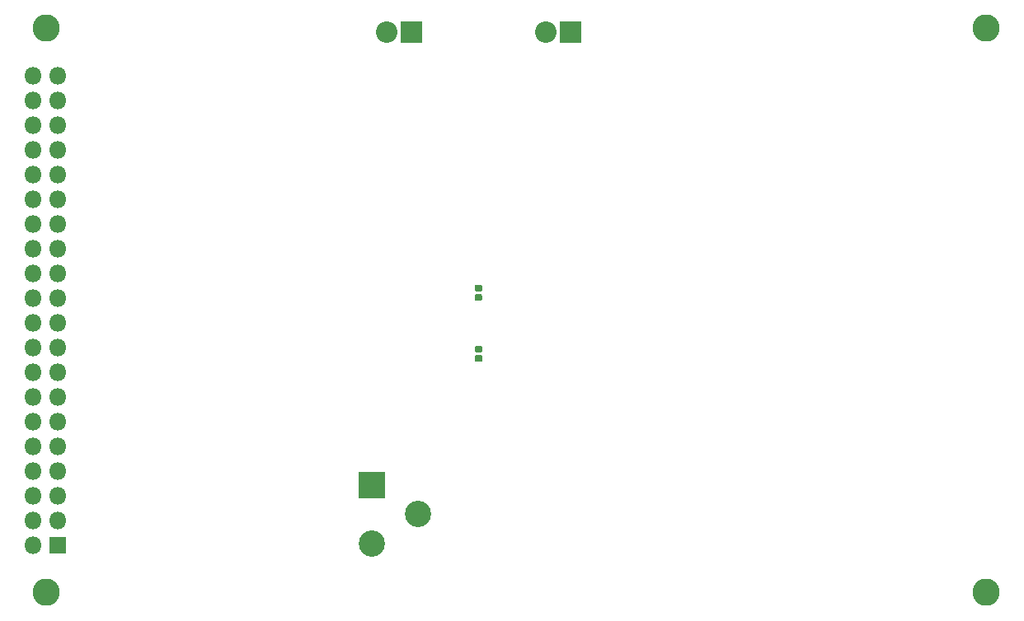
<source format=gbr>
G04 #@! TF.GenerationSoftware,KiCad,Pcbnew,5.1.4+dfsg1-1*
G04 #@! TF.CreationDate,2020-01-17T08:12:17-05:00*
G04 #@! TF.ProjectId,RasPi_NFC_Audio_KiCAD,52617350-695f-44e4-9643-5f417564696f,rev?*
G04 #@! TF.SameCoordinates,Original*
G04 #@! TF.FileFunction,Soldermask,Bot*
G04 #@! TF.FilePolarity,Negative*
%FSLAX46Y46*%
G04 Gerber Fmt 4.6, Leading zero omitted, Abs format (unit mm)*
G04 Created by KiCad (PCBNEW 5.1.4+dfsg1-1) date 2020-01-17 08:12:17*
%MOMM*%
%LPD*%
G04 APERTURE LIST*
%ADD10R,2.701600X2.701600*%
%ADD11C,2.701600*%
%ADD12C,2.201600*%
%ADD13R,2.201600X2.201600*%
%ADD14C,2.801600*%
%ADD15C,0.100000*%
%ADD16C,0.691600*%
%ADD17R,1.801600X1.801600*%
%ADD18O,1.801600X1.801600*%
G04 APERTURE END LIST*
D10*
X145390000Y-98692000D03*
D11*
X145390000Y-104692000D03*
X150090000Y-101692000D03*
D12*
X146888600Y-52108400D03*
D13*
X149428600Y-52108400D03*
X165811600Y-52108400D03*
D12*
X163271600Y-52108400D03*
D14*
X111965400Y-109746200D03*
X111965400Y-51746200D03*
X208465400Y-109746200D03*
X208465400Y-51746200D03*
D15*
G36*
X156526847Y-79070833D02*
G01*
X156543631Y-79073322D01*
X156560090Y-79077445D01*
X156576066Y-79083161D01*
X156591404Y-79090416D01*
X156605958Y-79099139D01*
X156619587Y-79109246D01*
X156632159Y-79120641D01*
X156643554Y-79133213D01*
X156653661Y-79146842D01*
X156662384Y-79161396D01*
X156669639Y-79176734D01*
X156675355Y-79192710D01*
X156679478Y-79209169D01*
X156681967Y-79225953D01*
X156682800Y-79242900D01*
X156682800Y-79588700D01*
X156681967Y-79605647D01*
X156679478Y-79622431D01*
X156675355Y-79638890D01*
X156669639Y-79654866D01*
X156662384Y-79670204D01*
X156653661Y-79684758D01*
X156643554Y-79698387D01*
X156632159Y-79710959D01*
X156619587Y-79722354D01*
X156605958Y-79732461D01*
X156591404Y-79741184D01*
X156576066Y-79748439D01*
X156560090Y-79754155D01*
X156543631Y-79758278D01*
X156526847Y-79760767D01*
X156509900Y-79761600D01*
X156114100Y-79761600D01*
X156097153Y-79760767D01*
X156080369Y-79758278D01*
X156063910Y-79754155D01*
X156047934Y-79748439D01*
X156032596Y-79741184D01*
X156018042Y-79732461D01*
X156004413Y-79722354D01*
X155991841Y-79710959D01*
X155980446Y-79698387D01*
X155970339Y-79684758D01*
X155961616Y-79670204D01*
X155954361Y-79654866D01*
X155948645Y-79638890D01*
X155944522Y-79622431D01*
X155942033Y-79605647D01*
X155941200Y-79588700D01*
X155941200Y-79242900D01*
X155942033Y-79225953D01*
X155944522Y-79209169D01*
X155948645Y-79192710D01*
X155954361Y-79176734D01*
X155961616Y-79161396D01*
X155970339Y-79146842D01*
X155980446Y-79133213D01*
X155991841Y-79120641D01*
X156004413Y-79109246D01*
X156018042Y-79099139D01*
X156032596Y-79090416D01*
X156047934Y-79083161D01*
X156063910Y-79077445D01*
X156080369Y-79073322D01*
X156097153Y-79070833D01*
X156114100Y-79070000D01*
X156509900Y-79070000D01*
X156526847Y-79070833D01*
X156526847Y-79070833D01*
G37*
D16*
X156312000Y-79415800D03*
D15*
G36*
X156526847Y-78100833D02*
G01*
X156543631Y-78103322D01*
X156560090Y-78107445D01*
X156576066Y-78113161D01*
X156591404Y-78120416D01*
X156605958Y-78129139D01*
X156619587Y-78139246D01*
X156632159Y-78150641D01*
X156643554Y-78163213D01*
X156653661Y-78176842D01*
X156662384Y-78191396D01*
X156669639Y-78206734D01*
X156675355Y-78222710D01*
X156679478Y-78239169D01*
X156681967Y-78255953D01*
X156682800Y-78272900D01*
X156682800Y-78618700D01*
X156681967Y-78635647D01*
X156679478Y-78652431D01*
X156675355Y-78668890D01*
X156669639Y-78684866D01*
X156662384Y-78700204D01*
X156653661Y-78714758D01*
X156643554Y-78728387D01*
X156632159Y-78740959D01*
X156619587Y-78752354D01*
X156605958Y-78762461D01*
X156591404Y-78771184D01*
X156576066Y-78778439D01*
X156560090Y-78784155D01*
X156543631Y-78788278D01*
X156526847Y-78790767D01*
X156509900Y-78791600D01*
X156114100Y-78791600D01*
X156097153Y-78790767D01*
X156080369Y-78788278D01*
X156063910Y-78784155D01*
X156047934Y-78778439D01*
X156032596Y-78771184D01*
X156018042Y-78762461D01*
X156004413Y-78752354D01*
X155991841Y-78740959D01*
X155980446Y-78728387D01*
X155970339Y-78714758D01*
X155961616Y-78700204D01*
X155954361Y-78684866D01*
X155948645Y-78668890D01*
X155944522Y-78652431D01*
X155942033Y-78635647D01*
X155941200Y-78618700D01*
X155941200Y-78272900D01*
X155942033Y-78255953D01*
X155944522Y-78239169D01*
X155948645Y-78222710D01*
X155954361Y-78206734D01*
X155961616Y-78191396D01*
X155970339Y-78176842D01*
X155980446Y-78163213D01*
X155991841Y-78150641D01*
X156004413Y-78139246D01*
X156018042Y-78129139D01*
X156032596Y-78120416D01*
X156047934Y-78113161D01*
X156063910Y-78107445D01*
X156080369Y-78103322D01*
X156097153Y-78100833D01*
X156114100Y-78100000D01*
X156509900Y-78100000D01*
X156526847Y-78100833D01*
X156526847Y-78100833D01*
G37*
D16*
X156312000Y-78445800D03*
D15*
G36*
X156552247Y-84377033D02*
G01*
X156569031Y-84379522D01*
X156585490Y-84383645D01*
X156601466Y-84389361D01*
X156616804Y-84396616D01*
X156631358Y-84405339D01*
X156644987Y-84415446D01*
X156657559Y-84426841D01*
X156668954Y-84439413D01*
X156679061Y-84453042D01*
X156687784Y-84467596D01*
X156695039Y-84482934D01*
X156700755Y-84498910D01*
X156704878Y-84515369D01*
X156707367Y-84532153D01*
X156708200Y-84549100D01*
X156708200Y-84894900D01*
X156707367Y-84911847D01*
X156704878Y-84928631D01*
X156700755Y-84945090D01*
X156695039Y-84961066D01*
X156687784Y-84976404D01*
X156679061Y-84990958D01*
X156668954Y-85004587D01*
X156657559Y-85017159D01*
X156644987Y-85028554D01*
X156631358Y-85038661D01*
X156616804Y-85047384D01*
X156601466Y-85054639D01*
X156585490Y-85060355D01*
X156569031Y-85064478D01*
X156552247Y-85066967D01*
X156535300Y-85067800D01*
X156139500Y-85067800D01*
X156122553Y-85066967D01*
X156105769Y-85064478D01*
X156089310Y-85060355D01*
X156073334Y-85054639D01*
X156057996Y-85047384D01*
X156043442Y-85038661D01*
X156029813Y-85028554D01*
X156017241Y-85017159D01*
X156005846Y-85004587D01*
X155995739Y-84990958D01*
X155987016Y-84976404D01*
X155979761Y-84961066D01*
X155974045Y-84945090D01*
X155969922Y-84928631D01*
X155967433Y-84911847D01*
X155966600Y-84894900D01*
X155966600Y-84549100D01*
X155967433Y-84532153D01*
X155969922Y-84515369D01*
X155974045Y-84498910D01*
X155979761Y-84482934D01*
X155987016Y-84467596D01*
X155995739Y-84453042D01*
X156005846Y-84439413D01*
X156017241Y-84426841D01*
X156029813Y-84415446D01*
X156043442Y-84405339D01*
X156057996Y-84396616D01*
X156073334Y-84389361D01*
X156089310Y-84383645D01*
X156105769Y-84379522D01*
X156122553Y-84377033D01*
X156139500Y-84376200D01*
X156535300Y-84376200D01*
X156552247Y-84377033D01*
X156552247Y-84377033D01*
G37*
D16*
X156337400Y-84722000D03*
D15*
G36*
X156552247Y-85347033D02*
G01*
X156569031Y-85349522D01*
X156585490Y-85353645D01*
X156601466Y-85359361D01*
X156616804Y-85366616D01*
X156631358Y-85375339D01*
X156644987Y-85385446D01*
X156657559Y-85396841D01*
X156668954Y-85409413D01*
X156679061Y-85423042D01*
X156687784Y-85437596D01*
X156695039Y-85452934D01*
X156700755Y-85468910D01*
X156704878Y-85485369D01*
X156707367Y-85502153D01*
X156708200Y-85519100D01*
X156708200Y-85864900D01*
X156707367Y-85881847D01*
X156704878Y-85898631D01*
X156700755Y-85915090D01*
X156695039Y-85931066D01*
X156687784Y-85946404D01*
X156679061Y-85960958D01*
X156668954Y-85974587D01*
X156657559Y-85987159D01*
X156644987Y-85998554D01*
X156631358Y-86008661D01*
X156616804Y-86017384D01*
X156601466Y-86024639D01*
X156585490Y-86030355D01*
X156569031Y-86034478D01*
X156552247Y-86036967D01*
X156535300Y-86037800D01*
X156139500Y-86037800D01*
X156122553Y-86036967D01*
X156105769Y-86034478D01*
X156089310Y-86030355D01*
X156073334Y-86024639D01*
X156057996Y-86017384D01*
X156043442Y-86008661D01*
X156029813Y-85998554D01*
X156017241Y-85987159D01*
X156005846Y-85974587D01*
X155995739Y-85960958D01*
X155987016Y-85946404D01*
X155979761Y-85931066D01*
X155974045Y-85915090D01*
X155969922Y-85898631D01*
X155967433Y-85881847D01*
X155966600Y-85864900D01*
X155966600Y-85519100D01*
X155967433Y-85502153D01*
X155969922Y-85485369D01*
X155974045Y-85468910D01*
X155979761Y-85452934D01*
X155987016Y-85437596D01*
X155995739Y-85423042D01*
X156005846Y-85409413D01*
X156017241Y-85396841D01*
X156029813Y-85385446D01*
X156043442Y-85375339D01*
X156057996Y-85366616D01*
X156073334Y-85359361D01*
X156089310Y-85353645D01*
X156105769Y-85349522D01*
X156122553Y-85347033D01*
X156139500Y-85346200D01*
X156535300Y-85346200D01*
X156552247Y-85347033D01*
X156552247Y-85347033D01*
G37*
D16*
X156337400Y-85692000D03*
D17*
X113132000Y-104889600D03*
D18*
X110592000Y-104889600D03*
X113132000Y-102349600D03*
X110592000Y-102349600D03*
X113132000Y-99809600D03*
X110592000Y-99809600D03*
X113132000Y-97269600D03*
X110592000Y-97269600D03*
X113132000Y-94729600D03*
X110592000Y-94729600D03*
X113132000Y-92189600D03*
X110592000Y-92189600D03*
X113132000Y-89649600D03*
X110592000Y-89649600D03*
X113132000Y-87109600D03*
X110592000Y-87109600D03*
X113132000Y-84569600D03*
X110592000Y-84569600D03*
X113132000Y-82029600D03*
X110592000Y-82029600D03*
X113132000Y-79489600D03*
X110592000Y-79489600D03*
X113132000Y-76949600D03*
X110592000Y-76949600D03*
X113132000Y-74409600D03*
X110592000Y-74409600D03*
X113132000Y-71869600D03*
X110592000Y-71869600D03*
X113132000Y-69329600D03*
X110592000Y-69329600D03*
X113132000Y-66789600D03*
X110592000Y-66789600D03*
X113132000Y-64249600D03*
X110592000Y-64249600D03*
X113132000Y-61709600D03*
X110592000Y-61709600D03*
X113132000Y-59169600D03*
X110592000Y-59169600D03*
X113132000Y-56629600D03*
X110592000Y-56629600D03*
M02*

</source>
